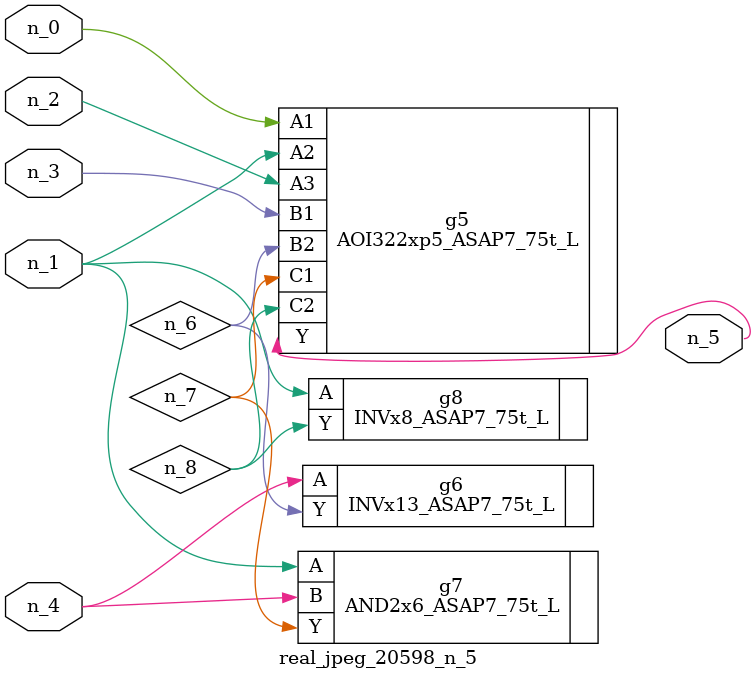
<source format=v>
module real_jpeg_20598_n_5 (n_4, n_0, n_1, n_2, n_3, n_5);

input n_4;
input n_0;
input n_1;
input n_2;
input n_3;

output n_5;

wire n_8;
wire n_6;
wire n_7;

AOI322xp5_ASAP7_75t_L g5 ( 
.A1(n_0),
.A2(n_1),
.A3(n_2),
.B1(n_3),
.B2(n_6),
.C1(n_7),
.C2(n_8),
.Y(n_5)
);

AND2x6_ASAP7_75t_L g7 ( 
.A(n_1),
.B(n_4),
.Y(n_7)
);

INVx8_ASAP7_75t_L g8 ( 
.A(n_1),
.Y(n_8)
);

INVx13_ASAP7_75t_L g6 ( 
.A(n_4),
.Y(n_6)
);


endmodule
</source>
